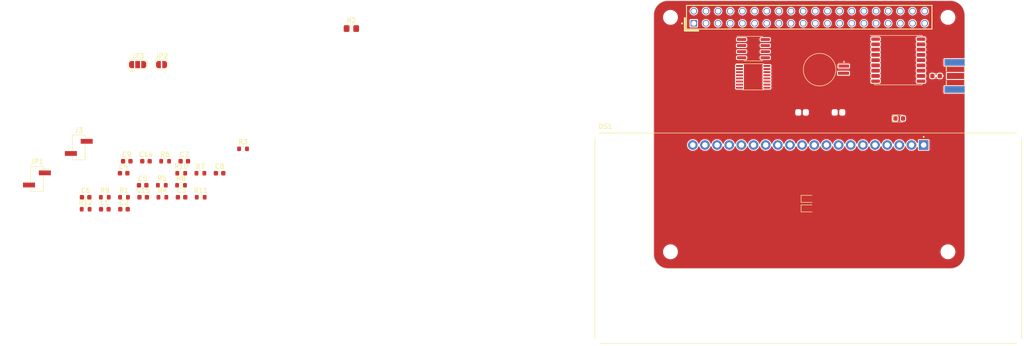
<source format=kicad_pcb>
(kicad_pcb (version 20211014) (generator pcbnew)
  (title_block (date "15 nov 2012") (rev "2"))
  (layers (0 "F.Cu" mixed) (31 "B.Cu" mixed) (34 "B.Paste" user) (35 "F.Paste" user) (36 "B.SilkS" user "B.Silkscreen") (37 "F.SilkS" user "F.Silkscreen") (38 "B.Mask" user) (39 "F.Mask" user) (44 "Edge.Cuts" user))
  (net 0 "")
  (net 1 "/GNSS_VBCKP")
  (net 2 "GND")
  (net 3 "Net-(C1-Pad1)")
  (net 4 "/GNSS_RF_IN")
  (net 5 "+3V3")
  (net 6 "Net-(D25-Pad1)")
  (net 7 "Net-(D42-Pad2)")
  (net 8 "Net-(D69-Pad2)")
  (net 9 "+5V")
  (net 10 "/GNSS_SDA")
  (net 11 "/GNSS_SCL")
  (net 12 "/GPIO[4]{slash}GPCLK0")
  (net 13 "/GNSS_RX")
  (net 14 "/GNSS_TX")
  (net 15 "/GPIO[17]")
  (net 16 "/GNSS_PPS")
  (net 17 "/GPIO[27]")
  (net 18 "/GPIO[22]")
  (net 19 "/GPIO[23]")
  (net 20 "/GPIO[24]")
  (net 21 "/DISP_D_C")
  (net 22 "/GPIO[9]{slash}SPI0.MISO")
  (net 23 "/GPIO[25]")
  (net 24 "/DISP_MOSI")
  (net 25 "/GPIO[7]{slash}SPI0.CE1")
  (net 26 "/ID_SDA")
  (net 27 "/ID_SCL")
  (net 28 "/GPIO[5]")
  (net 29 "/GPIO[6]")
  (net 30 "/GPIO[12]{slash}PWM0")
  (net 31 "/GPIO[13]{slash}PWM1")
  (net 32 "/GPIO[19]{slash}PCM.FS")
  (net 33 "/GPIO[16]")
  (net 34 "/~{DISP_CE0}")
  (net 35 "/GPIO[20]{slash}PCM.DIN")
  (net 36 "/GPIO[21]{slash}PCM.DOUT")
  (net 37 "Net-(JP1-Pad2)")
  (net 38 "/WP")
  (net 39 "Net-(JP3-Pad1)")
  (net 40 "Net-(JP3-Pad3)")
  (net 41 "Net-(L1-Pad2)")
  (net 42 "Net-(R1-Pad2)")
  (net 43 "Net-(R3-Pad2)")
  (net 44 "Net-(R4-Pad2)")
  (net 45 "Net-(R5-Pad2)")
  (net 47 "/~{GNSS_RESET}")
  (net 50 "/~{GNSS_SAFEBOOT}")
  (net 61 "/DISP_SCLK")
  (net 63 "/~{DISP_RST}")
  (footprint "Capacitor_SMD:C_0603_1608Metric" (layer "F.Cu") (at -34.12 74.31)
    (fp_text reference "C8" (at 0 -1.43) (layer "F.SilkS"))
    (fp_text value "0.1uF")
    (fp_line (start -0.14058 -0.51) (end 0.14058 -0.51) (layer "F.SilkS") (width 0.12))
    (fp_line (start -0.14058 0.51) (end 0.14058 0.51) (layer "F.SilkS") (width 0.12))
    (pad "1" smd roundrect (at -0.775 0) (size 0.9 0.95) (layers "F.Cu" "F.Paste" "F.Mask") (net 5 "+3V3"))
    (pad "2" smd roundrect (at 0.775 0) (size 0.9 0.95) (layers "F.Cu" "F.Paste" "F.Mask") (net 2 "GND"))
  )
  (footprint "Jumper:SolderJumper-2_P1.3mm_Open_RoundedPad1.0x1.5mm" (layer "F.Cu") (at -46.25 51.6)
    (fp_text reference "JP2" (at 0 -1.8) (layer "F.SilkS"))
    (fp_text value "ID_WP")
    (fp_line (start -1.4 0.3) (end -1.4 -0.3) (layer "F.SilkS") (width 0.12))
    (fp_line (start 0.7 1) (end -0.7 1) (layer "F.SilkS") (width 0.12))
    (fp_line (start -0.7 -1) (end 0.7 -1) (layer "F.SilkS") (width 0.12))
    (fp_line (start 1.4 -0.3) (end 1.4 0.3) (layer "F.SilkS") (width 0.12))
    (fp_arc (start 1.4 0.3) (mid 1.194975 0.794975) (end 0.7 1) (layer "F.SilkS") (width 0.12))
    (fp_arc (start -1.4 -0.3) (mid -1.194975 -0.794975) (end -0.7 -1) (layer "F.SilkS") (width 0.12))
    (fp_arc (start -0.7 1) (mid -1.194975 0.794975) (end -1.4 0.3) (layer "F.SilkS") (width 0.12))
    (fp_arc (start 0.7 -1) (mid 1.194975 -0.794975) (end 1.4 -0.3) (layer "F.SilkS") (width 0.12))
    (pad "1" smd custom (at -0.65 0) (size 1 0.5) (layers "F.Cu" "F.Mask") (net 38 "/WP") (options (clearance outline) (anchor rect)) (primitives (gr_circle (center 0 0.25) (end 0.5 0.25) (width 0) (fill yes)) (gr_circle (center 0 -0.25) (end 0.5 -0.25) (width 0) (fill yes)) (gr_poly (pts (xy 0.5 0.75) (xy 0 0.75) (xy 0 -0.75) (xy 0.5 -0.75)) (width 0) (fill yes))))
    (pad "2" smd custom (at 0.65 0) (size 1 0.5) (layers "F.Cu" "F.Mask") (net 5 "+3V3") (options (clearance outline) (anchor rect)) (primitives (gr_circle (center 0 0.25) (end 0.5 0.25) (width 0) (fill yes)) (gr_circle (center 0 -0.25) (end 0.5 -0.25) (width 0) (fill yes)) (gr_poly (pts (xy 0 0.75) (xy -0.5 0.75) (xy -0.5 -0.75) (xy 0 -0.75)) (width 0) (fill yes))))
  )
  (footprint "Resistor_SMD:R_0603_1608Metric" (layer "F.Cu") (at -54.1 79.33)
    (fp_text reference "R1" (at 0 -1.43) (layer "F.SilkS"))
    (fp_text value "10R")
    (fp_line (start -0.237258 0.5225) (end 0.237258 0.5225) (layer "F.SilkS") (width 0.12))
    (fp_line (start -0.237258 -0.5225) (end 0.237258 -0.5225) (layer "F.SilkS") (width 0.12))
    (pad "1" smd roundrect (at -0.825 0) (size 0.8 0.95) (layers "F.Cu" "F.Paste" "F.Mask") (net 41 "Net-(L1-Pad2)"))
    (pad "2" smd roundrect (at 0.825 0) (size 0.8 0.95) (layers "F.Cu" "F.Paste" "F.Mask") (net 42 "Net-(R1-Pad2)"))
  )
  (footprint "Jumper:SolderJumper-3_P1.3mm_Open_RoundedPad1.0x1.5mm" (layer "F.Cu") (at -51.25 51.6)
    (fp_text reference "JP3" (at 0 -1.8) (layer "F.SilkS"))
    (fp_text value "SolderJumper_3_Open")
    (fp_line (start 1.4 1) (end -1.4 1) (layer "F.SilkS") (width 0.12))
    (fp_line (start -1.2 1.2) (end -1.5 1.5) (layer "F.SilkS") (width 0.12))
    (fp_line (start -1.5 1.5) (end -0.9 1.5) (layer "F.SilkS") (width 0.12))
    (fp_line (start 2.05 -0.3) (end 2.05 0.3) (layer "F.SilkS") (width 0.12))
    (fp_line (start -1.2 1.2) (end -0.9 1.5) (layer "F.SilkS") (width 0.12))
    (fp_line (start -1.4 -1) (end 1.4 -1) (layer "F.SilkS") (width 0.12))
    (fp_line (start -2.05 0.3) (end -2.05 -0.3) (layer "F.SilkS") (width 0.12))
    (fp_arc (start 2.05 0.3) (mid 1.844975 0.794975) (end 1.35 1) (layer "F.SilkS") (width 0.12))
    (fp_arc (start -2.05 -0.3) (mid -1.844975 -0.794975) (end -1.35 -1) (layer "F.SilkS") (width 0.12))
    (fp_arc (start -1.35 1) (mid -1.844975 0.794975) (end -2.05 0.3) (layer "F.SilkS") (width 0.12))
    (fp_arc (start 1.35 -1) (mid 1.844975 -0.794975) (end 2.05 -0.3) (layer "F.SilkS") (width 0.12))
    (pad "1" smd custom (at -1.3 0) (size 1 0.5) (layers "F.Cu" "F.Mask") (net 39 "Net-(JP3-Pad1)") (options (clearance outline) (anchor rect)) (primitives (gr_circle (center 0 0.25) (end 0.5 0.25) (width 0) (fill yes)) (gr_circle (center 0 -0.25) (end 0.5 -0.25) (width 0) (fill yes)) (gr_poly (pts (xy 0.55 0.75) (xy 0 0.75) (xy 0 -0.75) (xy 0.55 -0.75)) (width 0) (fill yes))))
    (pad "2" smd rect (at 0 0) (size 1 1.5) (layers "F.Cu" "F.Mask") (net 5 "+3V3"))
    (pad "3" smd custom (at 1.3 0) (size 1 0.5) (layers "F.Cu" "F.Mask") (net 40 "Net-(JP3-Pad3)") (options (clearance outline) (anchor rect)) (primitives (gr_circle (center 0 0.25) (end 0.5 0.25) (width 0) (fill yes)) (gr_circle (center 0 -0.25) (end 0.5 -0.25) (width 0) (fill yes)) (gr_poly (pts (xy 0 0.75) (xy -0.55 0.75) (xy -0.55 -0.75) (xy 0 -0.75)) (width 0) (fill yes))))
  )
  (footprint "Capacitor_SMD:C_0603_1608Metric" (layer "F.Cu") (at -53.52 71.8)
    (fp_text reference "C9" (at 0 -1.43) (layer "F.SilkS"))
    (fp_text value "0.1uF")
    (fp_line (start -0.14058 0.51) (end 0.14058 0.51) (layer "F.SilkS") (width 0.12))
    (fp_line (start -0.14058 -0.51) (end 0.14058 -0.51) (layer "F.SilkS") (width 0.12))
    (pad "1" smd roundrect (at -0.775 0) (size 0.9 0.95) (layers "F.Cu" "F.Paste" "F.Mask") (net 5 "+3V3"))
    (pad "2" smd roundrect (at 0.775 0) (size 0.9 0.95) (layers "F.Cu" "F.Paste" "F.Mask") (net 2 "GND"))
  )
  (footprint "Resistor_SMD:R_0603_1608Metric" (layer "F.Cu") (at -38.13 74.31)
    (fp_text reference "R7" (at 0 -1.43) (layer "F.SilkS"))
    (fp_text value "3.9k")
    (fp_line (start -0.237258 -0.5225) (end 0.237258 -0.5225) (layer "F.SilkS") (width 0.12))
    (fp_line (start -0.237258 0.5225) (end 0.237258 0.5225) (layer "F.SilkS") (width 0.12))
    (pad "1" smd roundrect (at -0.825 0) (size 0.8 0.95) (layers "F.Cu" "F.Paste" "F.Mask") (net 5 "+3V3"))
    (pad "2" smd roundrect (at 0.825 0) (size 0.8 0.95) (layers "F.Cu" "F.Paste" "F.Mask") (net 27 "/ID_SCL"))
  )
  (footprint "Connector_Header_Samtec:SAMTEC_SSQ-120-03-G-D_Pi" (layer "F.Cu") (at 89.135 41.7 180)
    (fp_text reference "J2" hide)
    (fp_text value "SSQ-120-03_GPIO")
    (fp_line (start 26 -0.185) (end 26 -2.8) (layer "F.SilkS") (width 0.4))
    (fp_line (start 25.655 -2.475) (end -25.655 -2.475) (layer "F.SilkS") (width 0.2))
    (fp_line (start 25.655 2.475) (end -25.655 2.475) (layer "F.SilkS") (width 0.2))
    (fp_line (start 23.2 -2.8) (end 26 -2.8) (layer "F.SilkS") (width 0.4))
    (fp_line (start 25.655 -2.475) (end 25.655 2.475) (layer "F.SilkS") (width 0.2))
    (fp_line (start -25.655 2.475) (end -25.655 -2.475) (layer "F.SilkS") (width 0.2))
    (fp_circle (center 26.6 -1.3) (end 26.7 -1.3) (layer "F.SilkS") (width 0.2) (fill solid))
    (pad "01" thru_hole rect (at 24.13 -1.27) (size 1.37 1.37) (drill 1.02) (layers *.Cu *.Mask) (net 5 "+3V3"))
    (pad "02" thru_hole circle (at 24.13 1.27) (size 1.37 1.37) (drill 1.02) (layers *.Cu *.Mask) (net 9 "+5V"))
    (pad "03" thru_hole circle (at 21.59 -1.27) (size 1.37 1.37) (drill 1.02) (layers *.Cu *.Mask) (net 10 "/GNSS_SDA"))
    (pad "04" thru_hole circle (at 21.59 1.27) (size 1.37 1.37) (drill 1.02) (layers *.Cu *.Mask) (net 9 "+5V"))
    (pad "05" thru_hole circle (at 19.05 -1.27) (size 1.37 1.37) (drill 1.02) (layers *.Cu *.Mask) (net 11 "/GNSS_SCL"))
    (pad "06" thru_hole circle (at 19.05 1.27) (size 1.37 1.37) (drill 1.02) (layers *.Cu *.Mask) (net 2 "GND"))
    (pad "07" thru_hole circle (at 16.51 -1.27) (size 1.37 1.37) (drill 1.02) (layers *.Cu *.Mask) (net 12 "/GPIO[4]{slash}GPCLK0"))
    (pad "08" thru_hole circle (at 16.51 1.27) (size 1.37 1.37) (drill 1.02) (layers *.Cu *.Mask) (net 13 "/GNSS_RX"))
    (pad "09" thru_hole circle (at 13.97 -1.27) (size 1.37 1.37) (drill 1.02) (layers *.Cu *.Mask) (net 2 "GND"))
    (pad "10" thru_hole circle (at 13.97 1.27) (size 1.37 1.37) (drill 1.02) (layers *.Cu *.Mask) (net 14 "/GNSS_TX"))
    (pad "11" thru_hole circle (at 11.43 -1.27) (size 1.37 1.37) (drill 1.02) (layers *.Cu *.Mask) (net 15 "/GPIO[17]"))
    (pad "12" thru_hole circle (at 11.43 1.27) (size 1.37 1.37) (drill 1.02) (layers *.Cu *.Mask) (net 16 "/GNSS_PPS"))
    (pad "13" thru_hole circle (at 8.89 -1.27) (size 1.37 1.37) (drill 1.02) (layers *.Cu *.Mask) (net 17 "/GPIO[27]"))
    (pad "14" thru_hole circle (at 8.89 1.27) (size 1.37 1.37) (drill 1.02) (layers *.Cu *.Mask) (net 2 "GND"))
    (pad "15" thru_hole circle (at 6.35 -1.27) (size 1.37 1.37) (drill 1.02) (layers *.Cu *.Mask) (net 18 "/GPIO[22]"))
    (pad "16" thru_hole circle (at 6.35 1.27) (size 1.37 1.37) (drill 1.02) (layers *.Cu *.Mask) (net 19 "/GPIO[23]"))
    (pad "17" thru_hole circle (at 3.81 -1.27) (size 1.37 1.37) (drill 1.02) (layers *.Cu *.Mask) (net 5 "+3V3"))
    (pad "18" thru_hole circle (at 3.81 1.27) (size 1.37 1.37) (drill 1.02) (layers *.Cu *.Mask) (net 20 "/GPIO[24]"))
    (pad "19" thru_hole circle (at 1.27 -1.27) (size 1.37 1.37) (drill 1.02) (layers *.Cu *.Mask) (net 24 "/DISP_MOSI"))
    (pad "20" thru_hole circle (at 1.27 1.27) (size 1.37 1.37) (drill 1.02) (layers *.Cu *.Mask) (net 2 "GND"))
    (pad "21" thru_hole circle (at -1.27 -1.27) (size 1.37 1.37) (drill 1.02) (layers *.Cu *.Mask) (net 22 "/GPIO[9]{slash}SPI0.MISO"))
    (pad "22" thru_hole circle (at -1.27 1.27) (size 1.37 1.37) (drill 1.02) (layers *.Cu *.Mask) (net 23 "/GPIO[25]"))
    (pad "23" thru_hole circle (at -3.81 -1.27) (size 1.37 1.37) (drill 1.02) (layers *.Cu *.Mask) (net 61 "/DISP_SCLK"))
    (pad "24" thru_hole circle (at -3.81 1.27) (size 1.37 1.37) (drill 1.02) (layers *.Cu *.Mask) (net 34 "/~{DISP_CE0}"))
    (pad "25" thru_hole circle (at -6.35 -1.27) (size 1.37 1.37) (drill 1.02) (layers *.Cu *.Mask) (net 2 "GND"))
    (pad "26" thru_hole circle (at -6.35 1.27) (size 1.37 1.37) (drill 1.02) (layers *.Cu *.Mask) (net 25 "/GPIO[7]{slash}SPI0.CE1"))
    (pad "27" thru_hole circle (at -8.89 -1.27) (size 1.37 1.37) (drill 1.02) (layers *.Cu *.Mask) (net 26 "/ID_SDA"))
    (pad "28" thru_hole circle (at -8.89 1.27) (size 1.37 1.37) (drill 1.02) (layers *.Cu *.Mask) (net 27 "/ID_SCL"))
    (pad "29" thru_hole circle (at -11.43 -1.27) (size 1.37 1.37) (drill 1.02) (layers *.Cu *.Mask) (net 28 "/GPIO[5]"))
    (pad "30" thru_hole circle (at -11.43 1.27) (size 1.37 1.37) (drill 1.02) (layers *.Cu *.Mask) (net 2 "GND"))
    (pad "31" thru_hole circle (at -13.97 -1.27) (size 1.37 1.37) (drill 1.02) (layers *.Cu *.Mask) (net 29 "/GPIO[6]"))
    (pad "32" thru_hole circle (at -13.97 1.27) (size 1.37 1.37) (drill 1.02) (layers *.Cu *.Mask) (net 30 "/GPIO[12]{slash}PWM0"))
    (pad "33" thru_hole circle (at -16.51 -1.27) (size 1.37 1.37) (drill 1.02) (layers *.Cu *.Mask) (net 31 "/GPIO[13]{slash}PWM1"))
    (pad "34" thru_hole circle (at -16.51 1.27) (size 1.37 1.37) (drill 1.02) (layers *.Cu *.Mask) (net 2 "GND"))
    (pad "35" thru_hole circle (at -19.05 -1.27) (size 1.37 1.37) (drill 1.02) (layers *.Cu *.Mask) (net 32 "/GPIO[19]{slash}PCM.FS"))
    (pad "36" thru_hole circle (at -19.05 1.27) (size 1.37 1.37) (drill 1.02) (layers *.Cu *.Mask) (net 33 "/GPIO[16]"))
    (pad "37" thru_hole circle (at -21.59 -1.27) (size 1.37 1.37) (drill 1.02) (layers *.Cu *.Mask) (net 21 "/DISP_D_C"))
    (pad "38" thru_hole circle (at -21.59 1.27) (size 1.37 1.37) (drill 1.02) (layers *.Cu *.Mask) (net 35 "/GPIO[20]{slash}PCM.DIN"))
    (pad "39" thru_hole circle (at -24.13 -1.27) (size 1.37 1.37) (drill 1.02) (layers *.Cu *.Mask) (net 2 "GND"))
    (pad "40" thru_hole circle (at -24.13 1.27) (size 1.37 1.37) (drill 1.02) (layers *.Cu *.Mask) (net 36 "/GPIO[21]{slash}PCM.DOUT"))
  )
  (footprint "Resistor_SMD:R_0805_2012Metric_Pad1.20x1.40mm_HandSolder" (layer "F.Cu") (at -6.57 44.07)
    (fp_text reference "R2" (at 0 -1.65) (layer "F.SilkS"))
    (fp_text value "DNP")
    (fp_line (start -0.227064 0.735) (end 0.227064 0.735) (layer "F.SilkS") (width 0.12))
    (fp_line (start -0.227064 -0.735) (end 0.227064 -0.735) (layer "F.SilkS") (width 0.12))
    (pad "1" smd roundrect (at -1 0) (size 1.2 1.4) (layers "F.Cu" "F.Paste" "F.Mask") (roundrect_rratio 0.208333) (net 28 "/GPIO[5]"))
    (pad "2" smd roundrect (at 1 0) (size 1.2 1.4) (layers "F.Cu" "F.Paste" "F.Mask") (roundrect_rratio 0.208333) (net 5 "+3V3"))
  )
  (footprint "Capacitor_SMD:C_0603_1608Metric" (layer "F.Cu") (at 115.65 53.975 180)
    (fp_text reference "C1" hide)
    (fp_text value "47pF")
    (fp_line (start -0.14058 0.51) (end 0.14058 0.51) (layer "F.SilkS") (width 0.12))
    (fp_line (start -0.14058 -0.51) (end 0.14058 -0.51) (layer "F.SilkS") (width 0.12))
    (pad "1" smd roundrect (at -0.775 0 180) (size 0.9 0.95) (layers "F.Cu" "F.Paste" "F.Mask") (net 3 "Net-(C1-Pad1)"))
    (pad "2" smd roundrect (at 0.775 0 180) (size 0.9 0.95) (layers "F.Cu" "F.Paste" "F.Mask") (net 4 "/GNSS_RF_IN"))
  )
  (footprint "Capacitor_SMD:C_0603_1608Metric" (layer "F.Cu") (at -50.09 79.33)
    (fp_text reference "C15" (at 0 -1.43) (layer "F.SilkS"))
    (fp_text value "22pF")
    (fp_line (start -0.14058 -0.51) (end 0.14058 -0.51) (layer "F.SilkS") (width 0.12))
    (fp_line (start -0.14058 0.51) (end 0.14058 0.51) (layer "F.SilkS") (width 0.12))
    (pad "1" smd roundrect (at -0.775 0) (size 0.9 0.95) (layers "F.Cu" "F.Paste" "F.Mask") (net 2 "GND"))
    (pad "2" smd roundrect (at 0.775 0) (size 0.9 0.95) (layers "F.Cu" "F.Paste" "F.Mask") (net 3 "Net-(C1-Pad1)"))
  )
  (footprint "Resistor_SMD:R_0603_1608Metric" (layer "F.Cu") (at -42.18 76.82)
    (fp_text reference "R8" (at 0 -1.43) (layer "F.SilkS"))
    (fp_text value "330R")
    (fp_line (start -0.237258 0.5225) (end 0.237258 0.5225) (layer "F.SilkS") (width 0.12))
    (fp_line (start -0.237258 -0.5225) (end 0.237258 -0.5225) (layer "F.SilkS") (width 0.12))
    (pad "1" smd roundrect (at -0.825 0) (size 0.8 0.95) (layers "F.Cu" "F.Paste" "F.Mask") (net 5 "+3V3"))
    (pad "2" smd roundrect (at 0.825 0) (size 0.8 0.95) (layers "F.Cu" "F.Paste" "F.Mask") (net 7 "Net-(D42-Pad2)"))
  )
  (footprint "Capacitor_SMD:C_0603_1608Metric" (layer "F.Cu") (at -42.07 79.33)
    (fp_text reference "C3" (at 0 -1.43) (layer "F.SilkS"))
    (fp_text value "1uF")
    (fp_line (start -0.14058 0.51) (end 0.14058 0.51) (layer "F.SilkS") (width 0.12))
    (fp_line (start -0.14058 -0.51) (end 0.14058 -0.51) (layer "F.SilkS") (width 0.12))
    (pad "1" smd roundrect (at -0.775 0) (size 0.9 0.95) (layers "F.Cu" "F.Paste" "F.Mask") (net 5 "+3V3"))
    (pad "2" smd roundrect (at 0.775 0) (size 0.9 0.95) (layers "F.Cu" "F.Paste" "F.Mask") (net 2 "GND"))
  )
  (footprint "Display_OLED_Newhaven:OLED_NHD-3.12-25664UCx2" (layer "F.Cu") (at 88.92 87.91)
    (fp_text reference "DS1" (at -42.4 -23.4 unlocked) (layer "F.SilkS"))
    (fp_text value "NHD-3.12-25664UCB2_SPI")
    (fp_line (start -44.6 21) (end -44.6 -21) (layer "F.SilkS") (width 0.127))
    (fp_line (start -43.6 -22) (end 43.6 -22) (layer "F.SilkS") (width 0.127))
    (fp_line (start 44.6 -21) (end 44.6 21) (layer "F.SilkS") (width 0.127))
    (fp_line (start 43.6 22) (end -43.6 22) (layer "F.SilkS") (width 0.127))
    (fp_circle (center 24.13 -21.2) (end 24.03 -21.2) (layer "F.SilkS") (width 0.2) (fill none))
    (pad "" np_thru_hole circle (at 41.6 19) (size 2.5 2.5) (drill 2.5) (layers *.Cu *.Mask))
    (pad "" np_thru_hole circle (at -41.6 19) (size 2.5 2.5) (drill 2.5) (layers *.Cu *.Mask))
    (pad "" np_thru_hole circle (at -41.6 -19) (size 2.5 2.5) (drill 2.5) (layers *.Cu *.Mask))
    (pad "" np_thru_hole circle (at 41.6 -19) (size 2.5 2.5) (drill 2.5) (layers *.Cu *.Mask))
    (pad "1" thru_hole rect (at 24.13 -19.5) (size 2 2) (drill 1.15) (layers *.Cu *.Mask) (net 2 "GND"))
    (pad "2" thru_hole circle (at 21.59 -19.5 180) (size 2 2) (drill 1.15) (layers *.Cu *.Mask) (net 5 "+3V3"))
    (pad "3" thru_hole circle (at 19.05 -19.5 180) (size 2 2) (drill 1.15) (layers *.Cu *.Mask))
    (pad "4" thru_hole circle (at 16.51 -19.5 180) (size 2 2) (drill 1.15) (layers *.Cu *.Mask) (net 21 "/DISP_D_C"))
    (pad "5" thru_hole circle (at 13.97 -19.5 180) (size 2 2) (drill 1.15) (layers *.Cu *.Mask) (net 2 "GND"))
    (pad "6" thru_hole circle (at 11.43 -19.5 180) (size 2 2) (drill 1.15) (layers *.Cu *.Mask) (net 61 "/DISP_SCLK"))
    (pad "7" thru_hole circle (at 8.89 -19.5 180) (size 2 2) (drill 1.15) (layers *.Cu *.Mask) (net 24 "/DISP_MOSI"))
    (pad "8" thru_hole circle (at 6.35 -19.5 180) (size 2 2) (drill 1.15) (layers *.Cu *.Mask))
    (pad "9" thru_hole circle (at 3.81 -19.5 180) (size 2 2) (drill 1.15) (layers *.Cu *.Mask) (net 2 "GND"))
    (pad "10" thru_hole circle (at 1.27 -19.5 180) (size 2 2) (drill 1.15) (layers *.Cu *.Mask) (net 2 "GND"))
    (pad "11" thru_hole circle (at -1.27 -19.5 180) (size 2 2) (drill 1.15) (layers *.Cu *.Mask) (net 2 "GND"))
    (pad "12" thru_hole circle (at -3.81 -19.5 180) (size 2 2) (drill 1.15) (layers *.Cu *.Mask) (net 2 "GND"))
    (pad "13" thru_hole circle (at -6.35 -19.5 180) (size 2 2) (drill 1.15) (layers *.Cu *.Mask) (net 2 "GND"))
    (pad "14" thru_hole circle (at -8.89 -19.5 180) (size 2 2) (drill 1.15) (layers *.Cu *.Mask) (net 2 "GND"))
    (pad "15" thru_hole circle (at -11.43 -19.5 180) (size 2 2) (drill 1.15) (layers *.Cu *.Mask))
    (pad "16" thru_hole circle (at -13.97 -19.5 180) (size 2 2) (drill 1.15) (layers *.Cu *.Mask) (net 63 "/~{DISP_RST}"))
    (pad "17" thru_hole circle (at -16.51 -19.5 180) (size 2 2) (drill 1.15) (layers *.Cu *.Mask) (net 34 "/~{DISP_CE0}"))
    (pad "18" thru_hole circle (at -19.05 -19.5 180) (size 2 2) (drill 1.15) (layers *.Cu *.Mask))
    (pad "19" thru_hole circle (at -21.59 -19.5 180) (size 2 2) (drill 1.15) (layers *.Cu *.Mask) (net 2 "GND"))
    (pad "20" thru_hole circle (at -24.13 -19.5 180) (size 2 2) (drill 1.15) (layers *.Cu *.Mask) (net 2 "GND"))
  )
  (footprint "Capacitor_SMD:C_0603_1608Metric" (layer "F.Cu") (at -62.12 79.33)
    (fp_text reference "C6" (at 0 -1.43) (layer "F.SilkS"))
    (fp_text value "10uF")
    (fp_line (start -0.14058 0.51) (end 0.14058 0.51) (layer "F.SilkS") (width 0.12))
    (fp_line (start -0.14058 -0.51) (end 0.14058 -0.51) (layer "F.SilkS") (width 0.12))
    (pad "1" smd roundrect (at -0.775 0) (size 0.9 0.95) (layers "F.Cu" "F.Paste" "F.Mask") (net 5 "+3V3"))
    (pad "2" smd roundrect (at 0.775 0) (size 0.9 0.95) (layers "F.Cu" "F.Paste" "F.Mask") (net 2 "GND"))
  )
  (footprint "Connector_SMA_Samtec:SAMTEC_SMA-J-P-H-ST-EM1" (layer "F.Cu") (at 119.7 53.975 90)
    (fp_text reference "J1" hide)
    (fp_text value "ANT_SMA")
    (fp_line (start -1.8 1.9) (end -1 1.9) (layer "F.SilkS") (width 0.2))
    (fp_line (start -1.8 -1.91) (end -1 -1.91) (layer "F.SilkS") (width 0.2))
    (fp_line (start 1 1.9) (end 1.8 1.9) (layer "F.SilkS") (width 0.2))
    (fp_line (start 1 -1.91) (end 1.8 -1.91) (layer "F.SilkS") (width 0.2))
    (fp_circle (center 0.03 -2.62) (end 0.13 -2.62) (layer "F.SilkS") (width 0.2) (fill solid))
    (pad "1" smd rect (at 0 0 90) (size 1.27 3.6) (layers "F.Cu" "F.Paste" "F.Mask") (net 3 "Net-(C1-Pad1)"))
    (pad "2" smd rect (at 2.825 -0.2 90) (size 1.35 4.2) (layers "F.Cu" "F.Paste" "F.Mask") (net 2 "GND"))
    (pad "2" smd rect (at -2.825 -0.2 90) (size 1.35 4.2) (layers "B.Cu" "B.Paste" "B.Mask") (net 2 "GND"))
    (pad "2" smd rect (at 2.825 -0.2 90) (size 1.35 4.2) (layers "B.Cu" "B.Paste" "B.Mask") (net 2 "GND"))
    (pad "2" smd rect (at -2.825 -0.2 90) (size 1.35 4.2) (layers "F.Cu" "F.Paste" "F.Mask") (net 2 "GND"))
  )
  (footprint "Resistor_SMD:R_0603_1608Metric" (layer "F.Cu") (at -29.22 69.21)
    (fp_text reference "R3" (at 0 -1.43) (layer "F.SilkS"))
    (fp_text value "20k")
    (fp_line (start -0.237258 0.5225) (end 0.237258 0.5225) (layer "F.SilkS") (width 0.12))
    (fp_line (start -0.237258 -0.5225) (end 0.237258 -0.5225) (layer "F.SilkS") (width 0.12))
    (pad "1" smd roundrect (at -0.825 0) (size 0.8 0.95) (layers "F.Cu" "F.Paste" "F.Mask") (net 2 "GND"))
    (pad "2" smd roundrect (at 0.825 0) (size 0.8 0.95) (layers "F.Cu" "F.Paste" "F.Mask") (net 43 "Net-(R3-Pad2)"))
  )
  (footprint "Resistor_SMD:R_0603_1608Metric" (layer "F.Cu") (at -42.14 74.31)
    (fp_text reference "R10" (at 0 -1.43) (layer "F.SilkS"))
    (fp_text value "620R")
    (fp_line (start -0.237258 0.5225) (end 0.237258 0.5225) (layer "F.SilkS") (width 0.12))
    (fp_line (start -0.237258 -0.5225) (end 0.237258 -0.5225) (layer "F.SilkS") (width 0.12))
    (pad "1" smd roundrect (at -0.825 0) (size 0.8 0.95) (layers "F.Cu" "F.Paste" "F.Mask") (net 6 "Net-(D25-Pad1)"))
    (pad "2" smd roundrect (at 0.825 0) (size 0.8 0.95) (layers "F.Cu" "F.Paste" "F.Mask") (net 1 "/GNSS_VBCKP"))
  )
  (footprint "Resistor_SMD:R_0603_1608Metric" (layer "F.Cu") (at -45.5 71.8)
    (fp_text reference "R6" (at 0 -1.43) (layer "F.SilkS"))
    (fp_text value "3.9k")
    (fp_line (start -0.237258 0.5225) (end 0.237258 0.5225) (layer "F.SilkS") (width 0.12))
    (fp_line (start -0.237258 -0.5225) (end 0.237258 -0.5225) (layer "F.SilkS") (width 0.12))
    (pad "1" smd roundrect (at -0.825 0) (size 0.8 0.95) (layers "F.Cu" "F.Paste" "F.Mask") (net 5 "+3V3"))
    (pad "2" smd roundrect (at 0.825 0) (size 0.8 0.95) (layers "F.Cu" "F.Paste" "F.Mask") (net 26 "/ID_SDA"))
  )
  (footprint "Capacitor_SMD:C_0603_1608Metric" (layer "F.Cu") (at -41.49 71.8)
    (fp_text reference "C7" (at 0 -1.43) (layer "F.SilkS"))
    (fp_text value "1uF")
    (fp_line (start -0.14058 -0.51) (end 0.14058 -0.51) (layer "F.SilkS") (width 0.12))
    (fp_line (start -0.14058 0.51) (end 0.14058 0.51) (layer "F.SilkS") (width 0.12))
    (pad "1" smd roundrect (at -0.775 0) (size 0.9 0.95) (layers "F.Cu" "F.Paste" "F.Mask") (net 5 "+3V3"))
    (pad "2" smd roundrect (at 0.775 0) (size 0.9 0.95) (layers "F.Cu" "F.Paste" "F.Mask") (net 2 "GND"))
  )
  (footprint "Connector_PinHeader_2.54mm:PinHeader_1x02_P2.54mm_Vertical_SMD_Pin1Right" (layer "F.Cu") (at -72.3 75.5)
    (fp_text reference "JP1" (at 0 -3.6) (layer "F.SilkS"))
    (fp_text value "TSM-103-01-L-SV")
    (fp_line (start -1.33 2.6) (end 1.33 2.6) (layer "F.SilkS") (width 0.12))
    (fp_line (start -1.33 2.03) (end -1.33 2.6) (layer "F.SilkS") (width 0.12))
    (fp_line (start 1.33 -2.6) (end 1.33 -2.03) (layer "F.SilkS") (width 0.12))
    (fp_line (start 1.33 -2.03) (end 2.85 -2.03) (layer "F.SilkS") (width 0.12))
    (fp_line (start -1.33 -2.6) (end 1.33 -2.6) (layer "F.SilkS") (width 0.12))
    (fp_line (start 1.33 -0.51) (end 1.33 2.6) (layer "F.SilkS") (width 0.12))
    (fp_line (start -1.33 -2.6) (end -1.33 0.51) (layer "F.SilkS") (width 0.12))
    (pad "1" smd rect (at 1.655 -1.27) (size 2.51 1) (layers "F.Cu" "F.Paste" "F.Mask") (net 3 "Net-(C1-Pad1)"))
    (pad "2" smd rect (at -1.655 1.27) (size 2.51 1) (layers "F.Cu" "F.Paste" "F.Mask") (net 37 "Net-(JP1-Pad2)"))
  )
  (footprint "Battery_Cell_Seiko:BAT_MS621FE-FL11E" (layer "F.Cu") (at 91.295 52.66)
    (fp_text reference "BT1" hide)
    (fp_text value "MS621FE-FL11E")
    (fp_line (start 4.9 -1.646) (end 5.3 -1.646) (layer "F.SilkS") (width 0.127))
    (fp_line (start 5.1 -1.846) (end 5.1 -1.446) (layer "F.SilkS") (width 0.127))
    (fp_circle (center 0 0) (end 3.4 0) (layer "F.SilkS") (width 0.127) (fill none))
    (pad "+" smd rect (at 5.05 -0.75) (size 2.2 0.65) (layers "F.Cu" "F.Paste" "F.Mask") (net 1 "/GNSS_VBCKP"))
    (pad "-" smd rect (at 5 0.75) (size 2.3 0.65) (layers "F.Cu" "F.Paste" "F.Mask") (net 2 "GND"))
  )
  (footprint "Capacitor_SMD:C_0603_1608Metric" (layer "F.Cu") (at -50.2 76.82)
    (fp_text reference "C5" (at 0 -1.43) (layer "F.SilkS"))
    (fp_text value "10uF")
    (fp_line (start -0.14058 0.51) (end 0.14058 0.51) (layer "F.SilkS") (width 0.12))
    (fp_line (start -0.14058 -0.51) (end 0.14058 -0.51) (layer "F.SilkS") (width 0.12))
    (pad "1" smd roundrect (at -0.775 0) (size 0.9 0.95) (layers "F.Cu" "F.Paste" "F.Mask") (net 5 "+3V3"))
    (pad "2" smd roundrect (at 0.775 0) (size 0.9 0.95) (layers "F.Cu" "F.Paste" "F.Mask") (net 2 "GND"))
  )
  (footprint "MountingHole:MountingHole_2.7mm_M2.5" (layer "F.Cu") (at 60.13 90.73)
    (fp_text reference "MH3" hide)
    (fp_text value "MountingHole_2.7mm_M2.5" hide)
    (pad "" np_thru_hole circle (at 0 0) (size 2.7 2.7) (drill 2.7) (layers *.Cu *.Mask))
  )
  (footprint "Diode_SMD:D_0603_1608Metric" (layer "F.Cu") (at 107.95 62.865)
    (fp_text reference "D25" hide)
    (fp_text value "0.5A 40V 420mV")
    (fp_line (start -1.485 0.735) (end 0.8 0.735) (layer "F.SilkS") (width 0.12))
    (fp_line (start -1.485 -0.735) (end -1.485 0.735) (layer "F.SilkS") (width 0.12))
    (fp_line (start 0.8 -0.735) (end -1.485 -0.735) (layer "F.SilkS") (width 0.12))
    (pad "1" smd roundrect (at -0.7875 0) (size 0.875 0.95) (layers "F.Cu" "F.Paste" "F.Mask") (net 6 "Net-(D25-Pad1)"))
    (pad "2" smd roundrect (at 0.7875 0) (size 0.875 0.95) (layers "F.Cu" "F.Paste" "F.Mask") (net 5 "+3V3"))
  )
  (footprint "Connector_PinHeader_2.54mm:PinHeader_1x02_P2.54mm_Vertical_SMD_Pin1Right" (layer "F.Cu") (at -63.55 68.91)
    (fp_text reference "J3" (at 0 -3.6) (layer "F.SilkS"))
    (fp_text value "TSM-103-01-L-SV")
    (fp_line (start 1.33 -0.51) (end 1.33 2.6) (layer "F.SilkS") (width 0.12))
    (fp_line (start -1.33 2.6) (end 1.33 2.6) (layer "F.SilkS") (width 0.12))
    (fp_line (start -1.33 2.03) (end -1.33 2.6) (layer "F.SilkS") (width 0.12))
    (fp_line (start 1.33 -2.6) (end 1.33 -2.03) (layer "F.SilkS") (width 0.12))
    (fp_line (start -1.33 -2.6) (end -1.33 0.51) (layer "F.SilkS") (width 0.12))
    (fp_line (start 1.33 -2.03) (end 2.85 -2.03) (layer "F.SilkS") (width 0.12))
    (fp_line (start -1.33 -2.6) (end 1.33 -2.6) (layer "F.SilkS") (width 0.12))
    (pad "1" smd rect (at 1.655 -1.27) (size 2.51 1) (layers "F.Cu" "F.Paste" "F.Mask") (net 5 "+3V3"))
    (pad "2" smd rect (at -1.655 1.27) (size 2.51 1) (layers "F.Cu" "F.Paste" "F.Mask") (net 2 "GND"))
  )
  (footprint "Resistor_SMD:R_0603_1608Metric" (layer "F.Cu") (at -58.11 79.33)
    (fp_text reference "R9" (at 0 -1.43) (layer "F.SilkS"))
    (fp_text value "80R")
    (fp_line (start -0.237258 0.5225) (end 0.237258 0.5225) (layer "F.SilkS") (width 0.12))
    (fp_line (start -0.237258 -0.5225) (end 0.237258 -0.5225) (layer "F.SilkS") (width 0.12))
    (pad "1" smd roundrect (at -0.825 0) (size 0.8 0.95) (layers "F.Cu" "F.Paste" "F.Mask") (net 16 "/GNSS_PPS"))
    (pad "2" smd roundrect (at 0.825 0) (size 0.8 0.95) (layers "F.Cu" "F.Paste" "F.Mask") (net 8 "Net-(D69-Pad2)"))
  )
  (footprint "Resistor_SMD:R_0603_1608Metric" (layer "F.Cu") (at -46.19 76.82)
    (fp_text reference "R5" (at 0 -1.43) (layer "F.SilkS"))
    (fp_text value "20k")
    (fp_line (start -0.237258 -0.5225) (end 0.237258 -0.5225) (layer "F.SilkS") (width 0.12))
    (fp_line (start -0.237258 0.5225) (end 0.237258 0.5225) (layer "F.SilkS") (width 0.12))
    (pad "1" smd roundrect (at -0.825 0) (size 0.8 0.95) (layers "F.Cu" "F.Paste" "F.Mask") (net 2 "GND"))
    (pad "2" smd roundrect (at 0.825 0) (size 0.8 0.95) (layers "F.Cu" "F.Paste" "F.Mask") (net 45 "Net-(R5-Pad2)"))
  )
  (footprint "Diode_SMD:D_0603_1608Metric" (layer "F.Cu") (at 88.92 79.66)
    (fp_text reference "D42" hide)
    (fp_text value "Red")
    (fp_line (start -1.485 0.735) (end 0.8 0.735) (layer "F.SilkS") (width 0.12))
    (fp_line (start -1.485 -0.735) (end -1.485 0.735) (layer "F.SilkS") (width 0.12))
    (fp_line (start 0.8 -0.735) (end -1.485 -0.735) (layer "F.SilkS") (width 0.12))
    (pad "1" smd roundrect (at -0.7875 0) (size 0.875 0.95) (layers "F.Cu" "F.Paste" "F.Mask") (net 2 "GND"))
    (pad "2" smd roundrect (at 0.7875 0) (size 0.875 0.95) (layers "F.Cu" "F.Paste" "F.Mask") (net 7 "Net-(D42-Pad2)"))
  )
  (footprint "MountingHole:MountingHole_2.7mm_M2.5" (layer "F.Cu") (at 118.13 41.73)
    (fp_text reference "MH2" hide)
    (fp_text value "MountingHole_2.7mm_M2.5" hide)
    (pad "" np_thru_hole circle (at 0 0) (size 2.7 2.7) (drill 2.7) (layers *.Cu *.Mask))
  )
  (footprint "MountingHole:MountingHole_2.7mm_M2.5" (layer "F.Cu") (at 118.13 90.73)
    (fp_text reference "MH4" hide)
    (fp_text value "MountingHole_2.7mm_M2.5" hide)
    (pad "" np_thru_hole circle (at 0 0) (size 2.7 2.7) (drill 2.7) (layers *.Cu *.Mask))
  )
  (footprint "Package_SO:SOIC-8_3.9x4.9mm_P1.27mm" (layer "F.Cu") (at 77.47 48.26)
    (fp_text reference "U3" hide)
    (fp_text value "CAT24C256")
    (fp_line (start 0 -2.56) (end -3.45 -2.56) (layer "F.SilkS") (width 0.12))
    (fp_line (start 0 2.56) (end -1.95 2.56) (layer "F.SilkS") (width 0.12))
    (fp_line (start 0 2.56) (end 1.95 2.56) (layer "F.SilkS") (width 0.12))
    (fp_line (start 0 -2.56) (end 1.95 -2.56) (layer "F.SilkS") (width 0.12))
    (pad "1" smd roundrect (at -2.475 -1.905) (size 1.95 0.6) (layers "F.Cu" "F.Paste" "F.Mask"))
    (pad "2" smd roundrect (at -2.475 -0.635) (size 1.95 0.6) (layers "F.Cu" "F.Paste" "F.Mask"))
    (pad "3" smd roundrect (at -2.475 0.635) (size 1.95 0.6) (layers "F.Cu" "F.Paste" "F.Mask"))
    (pad "4" smd roundrect (at -2.475 1.905) (size 1.95 0.6) (layers "F.Cu" "F.Paste" "F.Mask") (net 2 "GND"))
    (pad "5" smd roundrect (at 2.475 1.905) (size 1.95 0.6) (layers "F.Cu" "F.Paste" "F.Mask") (net 26 "/ID_SDA"))
    (pad "6" smd roundrect (at 2.475 0.635) (size 1.95 0.6) (layers "F.Cu" "F.Paste" "F.Mask") (net 27 "/ID_SCL"))
    (pad "7" smd roundrect (at 2.475 -0.635) (size 1.95 0.6) (layers "F.Cu" "F.Paste" "F.Mask") (net 38 "/WP"))
    (pad "8" smd roundrect (at 2.475 -1.905) (size 1.95 0.6) (layers "F.Cu" "F.Paste" "F.Mask") (net 5 "+3V3"))
  )
  (footprint "Capacitor_SMD:C_0603_1608Metric" (layer "F.Cu") (at -54.17 74.31)
    (fp_text reference "C4" (at 0 -1.43) (layer "F.SilkS"))
    (fp_text value "0.1uF")
    (fp_line (start -0.14058 -0.51) (end 0.14058 -0.51) (layer "F.SilkS") (width 0.12))
    (fp_line (start -0.14058 0.51) (end 0.14058 0.51) (layer "F.SilkS") (width 0.12))
    (pad "1" smd roundrect (at -0.775 0) (size 0.9 0.95) (layers "F.Cu" "F.Paste" "F.Mask") (net 5 "+3V3"))
    (pad "2" smd roundrect (at 0.775 0) (size 0.9 0.95) (layers "F.Cu" "F.Paste" "F.Mask") (net 2 "GND"))
  )
  (footprint "Capacitor_SMD:C_0603_1608Metric" (layer "F.Cu") (at -49.51 71.8)
    (fp_text reference "C14" (at 0 -1.43) (layer "F.SilkS"))
    (fp_text value "1uF")
    (fp_line (start -0.14058 0.51) (end 0.14058 0.51) (layer "F.SilkS") (width 0.12))
    (fp_line (start -0.14058 -0.51) (end 0.14058 -0.51) (layer "F.SilkS") (width 0.12))
    (pad "1" smd roundrect (at -0.775 0) (size 0.9 0.95) (layers "F.Cu" "F.Paste" "F.Mask") (net 1 "/GNSS_VBCKP"))
    (pad "2" smd roundrect (at 0.775 0) (size 0.9 0.95) (layers "F.Cu" "F.Paste" "F.Mask") (net 2 "GND"))
  )
  (footprint "RF_GNSS_u-blox:MAX-M10S" (layer "F.Cu") (at 107.75 50.675)
    (fp_text reference "U1")
    (fp_text value "MAX-M10S")
    (fp_line (start -5.9 -5.16) (end 4.96 -5.16) (layer "F.SilkS") (width 0.12))
    (fp_line (start 4.96 5.01) (end 4.96 5.16) (layer "F.SilkS") (width 0.12))
    (fp_line (start 4.96 -5.16) (end 4.96 -5.01) (layer "F.SilkS") (width 0.12))
    (fp_line (start -4.96 5.01) (end -4.96 5.16) (layer "F.SilkS") (width 0.12))
    (fp_line (start -4.96 5.16) (end 4.96 5.16) (layer "F.SilkS") (width 0.12))
    (pad "1" smd roundrect (at -4.75 -4.4) (size 1.8 0.7) (layers "F.Cu" "F.Mask") (net 2 "GND"))
    (pad "2" smd roundrect (at -4.75 -3.3) (size 1.8 0.8) (layers "F.Cu" "F.Mask") (net 14 "/GNSS_TX"))
    (pad "3" smd roundrect (at -4.75 -2.2) (size 1.8 0.8) (layers "F.Cu" "F.Mask") (net 13 "/GNSS_RX"))
    (pad "4" smd roundrect (at -4.75 -1.1) (size 1.8 0.8) (layers "F.Cu" "F.Mask") (net 16 "/GNSS_PPS"))
    (pad "5" smd roundrect (at -4.75 0) (size 1.8 0.8) (layers "F.Cu" "F.Mask"))
    (pad "6" smd roundrect (at -4.75 1.1) (size 1.8 0.8) (layers "F.Cu" "F.Mask") (net 1 "/GNSS_VBCKP"))
    (pad "7" smd roundrect (at -4.75 2.2) (size 1.8 0.8) (layers "F.Cu" "F.Mask") (net 5 "+3V3"))
    (pad "8" smd roundrect (at -4.75 3.3) (size 1.8 0.8) (layers "F.Cu" "F.Mask") (net 5 "+3V3"))
    (pad "9" smd roundrect (at -4.75 4.4) (size 1.8 0.7) (layers "F.Cu" "F.Mask") (net 47 "/~{GNSS_RESET}"))
    (pad "10" smd roundrect (at 4.75 4.4) (size 1.8 0.7) (layers "F.Cu" "F.Mask") (net 2 "GND"))
    (pad "11" smd roundrect (at 4.75 3.3) (size 1.8 0.8) (layers "F.Cu" "F.Mask") (net 4 "/GNSS_RF_IN"))
    (pad "12" smd roundrect (at 4.75 2.2) (size 1.8 0.8) (layers "F.Cu" "F.Mask") (net 2 "GND"))
    (pad "13" smd roundrect (at 4.75 1.1) (size 1.8 0.8) (layers "F.Cu" "F.Mask"))
    (pad "14" smd roundrect (at 4.75 0) (size 1.8 0.8) (layers "F.Cu" "F.Mask") (net 42 "Net-(R1-Pad2)"))
    (pad "15" smd roundrect (at 4.75 -1.1) (size 1.8 0.8) (layers "F.Cu" "F.Mask"))
    (pad "16" smd roundrect (at 4.75 -2.2) (size 1.8 0.8) (layers "F.Cu" "F.Mask") (net 10 "/GNSS_SDA"))
    (pad "17" smd roundrect (at 4.75 -3.3) (size 1.8 0.8) (layers "F.Cu" "F.Mask") (net 11 "/GNSS_SCL"))
    (pad "18" smd roundrect (at 4.75 -4.4) (size 1.8 0.7) (layers "F.Cu" "F.Mask") (net 50 "/~{GNSS_SAFEBOOT}"))
  )
  (footprint "MountingHole:MountingHole_2.7mm_M2.5" (layer "F.Cu") (at 60.13 41.73)
    (fp_text reference "MH1" hide)
    (fp_text value "MountingHole_2.7mm_M2.5" hide)
    (pad "" np_thru_hole circle (at 0 0) (size 2.7 2.7) (drill 2.7) (layers *.Cu *.Mask))
  )
  (footprint "Capacitor_SMD:C_0603_1608Metric" (layer "F.Cu") (at -54.1 81.84)
    (fp_text reference "C2" (at 0 -1.43) (layer "F.SilkS"))
    (fp_text value "10uF")
    (fp_line (start -0.14058 -0.51) (end 0.14058 -0.51) (layer "F.SilkS") (width 0.12))
    (fp_line (start -0.14058 0.51) (end 0.14058 0.51) (layer "F.SilkS") (width 0.12))
    (pad "1" smd roundrect (at -0.775 0) (size 0.9 0.95) (layers "F.Cu" "F.Paste" "F.Mask") (net 5 "+3V3"))
    (pad "2" smd roundrect (at 0.775 0) (size 0.9 0.95) (layers "F.Cu" "F.Paste" "F.Mask") (net 2 "GND"))
  )
  (footprint "Resistor_SMD:R_0603_1608Metric" (layer "F.Cu") (at -46.08 79.33)
    (fp_text reference "R4" (at 0 -1.43) (layer "F.SilkS"))
    (fp_text value "20k")
    (fp_line (start -0.237258 0.5225) (end 0.237258 0.5225) (layer "F.SilkS") (width 0.12))
    (fp_line (start -0.237258 -0.5225) (end 0.237258 -0.5225) (layer "F.SilkS") (width 0.12))
    (pad "1" smd roundrect (at -0.825 0) (size 0.8 0.95) (layers "F.Cu" "F.Paste" "F.Mask") (net 2 "GND"))
    (pad "2" smd roundrect (at 0.825 0) (size 0.8 0.95) (layers "F.Cu" "F.Paste" "F.Mask") (net 44 "Net-(R4-Pad2)"))
  )
  (footprint "Resistor_SMD:R_0603_1608Metric" (layer "F.Cu") (at -38.06 79.33)
    (fp_text reference "R11" (at 0 -1.43) (layer "F.SilkS"))
    (fp_text value "2k2")
    (fp_line (start -0.237258 -0.5225) (end 0.237258 -0.5225) (layer "F.SilkS") (width 0.12))
    (fp_line (start -0.237258 0.5225) (end 0.237258 0.5225) (layer "F.SilkS") (width 0.12))
    (pad "1" smd roundrect (at -0.825 0) (size 0.8 0.95) (layers "F.Cu" "F.Paste" "F.Mask") (net 40 "Net-(JP3-Pad3)"))
    (pad "2" smd roundrect (at 0.825 0) (size 0.8 0.95) (layers "F.Cu" "F.Paste" "F.Mask") (net 10 "/GNSS_SDA"))
  )
  (footprint "Resistor_SMD:R_0603_1608Metric" (layer "F.Cu") (at -62.12 81.84)
    (fp_text reference "R12" (at 0 -1.43) (layer "F.SilkS"))
    (fp_text value "2k2")
    (fp_line (start -0.237258 -0.5225) (end 0.237258 -0.5225) (layer "F.SilkS") (width 0.12))
    (fp_line (start -0.237258 0.5225) (end 0.237258 0.5225) (layer "F.SilkS") (width 0.12))
    (pad "1" smd roundrect (at -0.825 0) (size 0.8 0.95) (layers "F.Cu" "F.Paste" "F.Mask") (net 39 "Net-(JP3-Pad1)"))
    (pad "2" smd roundrect (at 0.825 0) (size 0.8 0.95) (layers "F.Cu" "F.Paste" "F.Mask") (net 11 "/GNSS_SCL"))
  )
  (footprint "Package_SO:TSSOP-16_4.4x5mm_P0.65mm" (layer "F.Cu") (at 77.42 54.16)
    (fp_text reference "U2" hide)
    (fp_text value "PCA9557PW")
    (fp_line (start 0 2.735) (end 2.2 2.735) (layer "F.SilkS") (width 0.12))
    (fp_line (start 0 2.735) (end -2.2 2.735) (layer "F.SilkS") (width 0.12))
    (fp_line (start 0 -2.735) (end 2.2 -2.735) (layer "F.SilkS") (width 0.12))
    (fp_line (start 0 -2.735) (end -3.6 -2.735) (layer "F.SilkS") (width 0.12))
    (pad "1" smd roundrect (at -2.8625 -2.275) (size 1.475 0.4) (layers "F.Cu" "F.Paste" "F.Mask") (net 11 "/GNSS_SCL"))
    (pad "2" smd roundrect (at -2.8625 -1.625) (size 1.475 0.4) (layers "F.Cu" "F.Paste" "F.Mask") (net 10 "/GNSS_SDA"))
    (pad "3" smd roundrect (at -2.8625 -0.975) (size 1.475 0.4) (layers "F.Cu" "F.Paste" "F.Mask") (net 43 "Net-(R3-Pad2)"))
    (pad "4" smd roundrect (at -2.8625 -0.325) (size 1.475 0.4) (layers "F.Cu" "F.Paste" "F.Mask") (net 44 "Net-(R4-Pad2)"))
    (pad "5" smd roundrect (at -2.8625 0.325) (size 1.475 0.4) (layers "F.Cu" "F.Paste" "F.Mask") (net 45 "Net-(R5-Pad2)"))
    (pad "6" smd roundrect (at -2.8625 0.975) (size 1.475 0.4) (layers "F.Cu" "F.Paste" "F.Mask") (net 47 "/~{GNSS_RESET}"))
    (pad "7" smd roundrect (at -2.8625 1.625) (size 1.475 0.4) (layers "F.Cu" "F.Paste" "F.Mask") (net 50 "/~{GNSS_SAFEBOOT}"))
    (pad "8" smd roundrect (at -2.8625 2.275) (size 1.475 0.4) (layers "F.Cu" "F.Paste" "F.Mask") (net 2 "GND"))
    (pad "9" smd roundrect (at 2.8625 2.275) (size 1.475 0.4) (layers "F.Cu" "F.Paste" "F.Mask") (net 63 "/~{DISP_RST}"))
    (pad "10" smd roundrect (at 2.8625 1.625) (size 1.475 0.4) (layers "F.Cu" "F.Paste" "F.Mask"))
    (pad "11" smd roundrect (at 2.8625 0.975) (size 1.475 0.4) (layers "F.Cu" "F.Paste" "F.Mask"))
    (pad "12" smd roundrect (at 2.8625 0.325) (size 1.475 0.4) (layers "F.Cu" "F.Paste" "F.Mask"))
    (pad "13" smd roundrect (at 2.8625 -0.325) (size 1.475 0.4) (layers "F.Cu" "F.Paste" "F.Mask"))
    (pad "14" smd roundrect (at 2.8625 -0.975) (size 1.475 0.4) (layers "F.Cu" "F.Paste" "F.Mask"))
    (pad "15" smd roundrect (at 2.8625 -1.625) (size 1.475 0.4) (layers "F.Cu" "F.Paste" "F.Mask") (net 28 "/GPIO[5]"))
    (pad "16" smd roundrect (at 2.8625 -2.275) (size 1.475 0.4) (layers "F.Cu" "F.Paste" "F.Mask") (net 5 "+3V3"))
  )
  (footprint "Diode_SMD:D_0603_1608Metric" (layer "F.Cu") (at 88.92 81.66)
    (fp_text reference "D69" hide)
    (fp_text value "Blue")
    (fp_line (start -1.485 0.735) (end 0.8 0.735) (layer "F.SilkS") (width 0.12))
    (fp_line (start 0.8 -0.735) (end -1.485 -0.735) (layer "F.SilkS") (width 0.12))
    (fp_line (start -1.485 -0.735) (end -1.485 0.735) (layer "F.SilkS") (width 0.12))
    (pad "1" smd roundrect (at -0.7875 0) (size 0.875 0.95) (layers "F.Cu" "F.Paste" "F.Mask") (net 2 "GND"))
    (pad "2" smd roundrect (at 0.7875 0) (size 0.875 0.95) (layers "F.Cu" "F.Paste" "F.Mask") (net 8 "Net-(D69-Pad2)"))
  )
  (footprint "Inductor_SMD:L_0603_1608Metric" (layer "F.Cu") (at -58.11 81.84)
    (fp_text reference "L1" (at 0 -1.43) (layer "F.SilkS"))
    (fp_text value "47nH")
    (fp_line (start -0.162779 -0.51) (end 0.162779 -0.51) (layer "F.SilkS") (width 0.12))
    (fp_line (start -0.162779 0.51) (end 0.162779 0.51) (layer "F.SilkS") (width 0.12))
    (pad "1" smd roundrect (at -0.7875 0) (size 0.875 0.95) (layers "F.Cu" "F.Paste" "F.Mask") (net 37 "Net-(JP1-Pad2)"))
    (pad "2" smd roundrect (at 0.7875 0) (size 0.875 0.95) (layers "F.Cu" "F.Paste" "F.Mask") (net 41 "Net-(L1-Pad2)"))
  )
  (gr_arc (start 56.63 41.23) (mid 57.50868 39.10868) (end 59.63 38.23) (layer "Edge.Cuts") (width 0.1))
  (gr_line (start 121.63 91.23) (end 121.63 41.23) (layer "Edge.Cuts") (width 0.1))
  (gr_line (start 118.63 38.23) (end 59.63 38.23) (layer "Edge.Cuts") (width 0.1))
  (gr_arc (start 121.63 91.23) (mid 120.75132 93.35132) (end 118.63 94.23) (layer "Edge.Cuts") (width 0.1))
  (gr_arc (start 59.63 94.23) (mid 57.50868 93.35132) (end 56.63 91.23) (layer "Edge.Cuts") (width 0.1))
  (gr_line (start 56.63 41.23) (end 56.63 91.23) (layer "Edge.Cuts") (width 0.1))
  (gr_line (start 59.63 94.23) (end 118.63 94.23) (layer "Edge.Cuts") (width 0.1))
  (gr_arc (start 118.63 38.23) (mid 120.75132 39.10868) (end 121.63 41.23) (layer "Edge.Cuts") (width 0.1))
  (zone (net 0) (net_name "") (layer "F.Cu") (connect_pads (clearance 0)) (min_thickness 0.254) (fill yes (thermal_gap 0.508) (thermal_bridge_width 0.508))
    (polygon (pts (xy 121.92 96.52) (xy 55.88 96.52) (xy 55.88 38.1) (xy 121.92 38.1)))
  )
)
</source>
